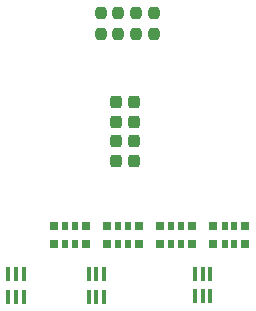
<source format=gbp>
%TF.GenerationSoftware,KiCad,Pcbnew,8.0.3*%
%TF.CreationDate,2024-08-10T21:36:20-07:00*%
%TF.ProjectId,v2,76322e6b-6963-4616-945f-706362585858,rev?*%
%TF.SameCoordinates,Original*%
%TF.FileFunction,Paste,Bot*%
%TF.FilePolarity,Positive*%
%FSLAX46Y46*%
G04 Gerber Fmt 4.6, Leading zero omitted, Abs format (unit mm)*
G04 Created by KiCad (PCBNEW 8.0.3) date 2024-08-10 21:36:20*
%MOMM*%
%LPD*%
G01*
G04 APERTURE LIST*
G04 Aperture macros list*
%AMRoundRect*
0 Rectangle with rounded corners*
0 $1 Rounding radius*
0 $2 $3 $4 $5 $6 $7 $8 $9 X,Y pos of 4 corners*
0 Add a 4 corners polygon primitive as box body*
4,1,4,$2,$3,$4,$5,$6,$7,$8,$9,$2,$3,0*
0 Add four circle primitives for the rounded corners*
1,1,$1+$1,$2,$3*
1,1,$1+$1,$4,$5*
1,1,$1+$1,$6,$7*
1,1,$1+$1,$8,$9*
0 Add four rect primitives between the rounded corners*
20,1,$1+$1,$2,$3,$4,$5,0*
20,1,$1+$1,$4,$5,$6,$7,0*
20,1,$1+$1,$6,$7,$8,$9,0*
20,1,$1+$1,$8,$9,$2,$3,0*%
G04 Aperture macros list end*
%ADD10RoundRect,0.237500X0.237500X-0.250000X0.237500X0.250000X-0.237500X0.250000X-0.237500X-0.250000X0*%
%ADD11RoundRect,0.050000X-0.150000X0.545000X-0.150000X-0.545000X0.150000X-0.545000X0.150000X0.545000X0*%
%ADD12RoundRect,0.050000X0.150000X-0.545000X0.150000X0.545000X-0.150000X0.545000X-0.150000X-0.545000X0*%
%ADD13RoundRect,0.237500X-0.237500X0.300000X-0.237500X-0.300000X0.237500X-0.300000X0.237500X0.300000X0*%
%ADD14RoundRect,0.237500X0.237500X-0.300000X0.237500X0.300000X-0.237500X0.300000X-0.237500X-0.300000X0*%
%ADD15R,0.750000X0.800000*%
%ADD16R,0.580000X0.800000*%
G04 APERTURE END LIST*
D10*
%TO.C,R9*%
X134300000Y-82812500D03*
X134300000Y-80987500D03*
%TD*%
%TO.C,R7*%
X137300000Y-82812500D03*
X137300000Y-80987500D03*
%TD*%
%TO.C,R8*%
X135800000Y-82812500D03*
X135800000Y-80987500D03*
%TD*%
%TO.C,R3*%
X138800000Y-82812500D03*
X138800000Y-80987500D03*
%TD*%
D11*
%TO.C,U9*%
X126500000Y-103100000D03*
X127150000Y-103100000D03*
X127800000Y-103100000D03*
D12*
X127800000Y-105020000D03*
X127150000Y-105020000D03*
X126500000Y-105020000D03*
%TD*%
D11*
%TO.C,U4*%
X133300000Y-103100000D03*
X133950000Y-103100000D03*
X134600000Y-103100000D03*
D12*
X134600000Y-105020000D03*
X133950000Y-105020000D03*
X133300000Y-105020000D03*
%TD*%
D11*
%TO.C,U3*%
X142300000Y-103080000D03*
X142950000Y-103080000D03*
X143600000Y-103080000D03*
D12*
X143600000Y-105000000D03*
X142950000Y-105000000D03*
X142300000Y-105000000D03*
%TD*%
D13*
%TO.C,C11*%
X137100000Y-93562500D03*
X137100000Y-91837500D03*
%TD*%
%TO.C,C10*%
X135590000Y-93562500D03*
X135590000Y-91837500D03*
%TD*%
D14*
%TO.C,C6*%
X135590000Y-90262500D03*
X135590000Y-88537500D03*
%TD*%
%TO.C,C4*%
X137100000Y-88537500D03*
X137100000Y-90262500D03*
%TD*%
D15*
%TO.C,CN4*%
X133050000Y-100600000D03*
D16*
X132100000Y-100600000D03*
X131300000Y-100600000D03*
D15*
X130350000Y-100600000D03*
X130350000Y-99060000D03*
D16*
X131300000Y-99060000D03*
X132100000Y-99060000D03*
D15*
X133050000Y-99060000D03*
%TD*%
%TO.C,CN3*%
X137550000Y-100600000D03*
D16*
X136600000Y-100600000D03*
X135800000Y-100600000D03*
D15*
X134850000Y-100600000D03*
X134850000Y-99060000D03*
D16*
X135800000Y-99060000D03*
X136600000Y-99060000D03*
D15*
X137550000Y-99060000D03*
%TD*%
%TO.C,CN2*%
X142050000Y-100600000D03*
D16*
X141100000Y-100600000D03*
X140300000Y-100600000D03*
D15*
X139350000Y-100600000D03*
X139350000Y-99060000D03*
D16*
X140300000Y-99060000D03*
X141100000Y-99060000D03*
D15*
X142050000Y-99060000D03*
%TD*%
%TO.C,CN1*%
X146550000Y-100600000D03*
D16*
X145600000Y-100600000D03*
X144800000Y-100600000D03*
D15*
X143850000Y-100600000D03*
X143850000Y-99060000D03*
D16*
X144800000Y-99060000D03*
X145600000Y-99060000D03*
D15*
X146550000Y-99060000D03*
%TD*%
M02*

</source>
